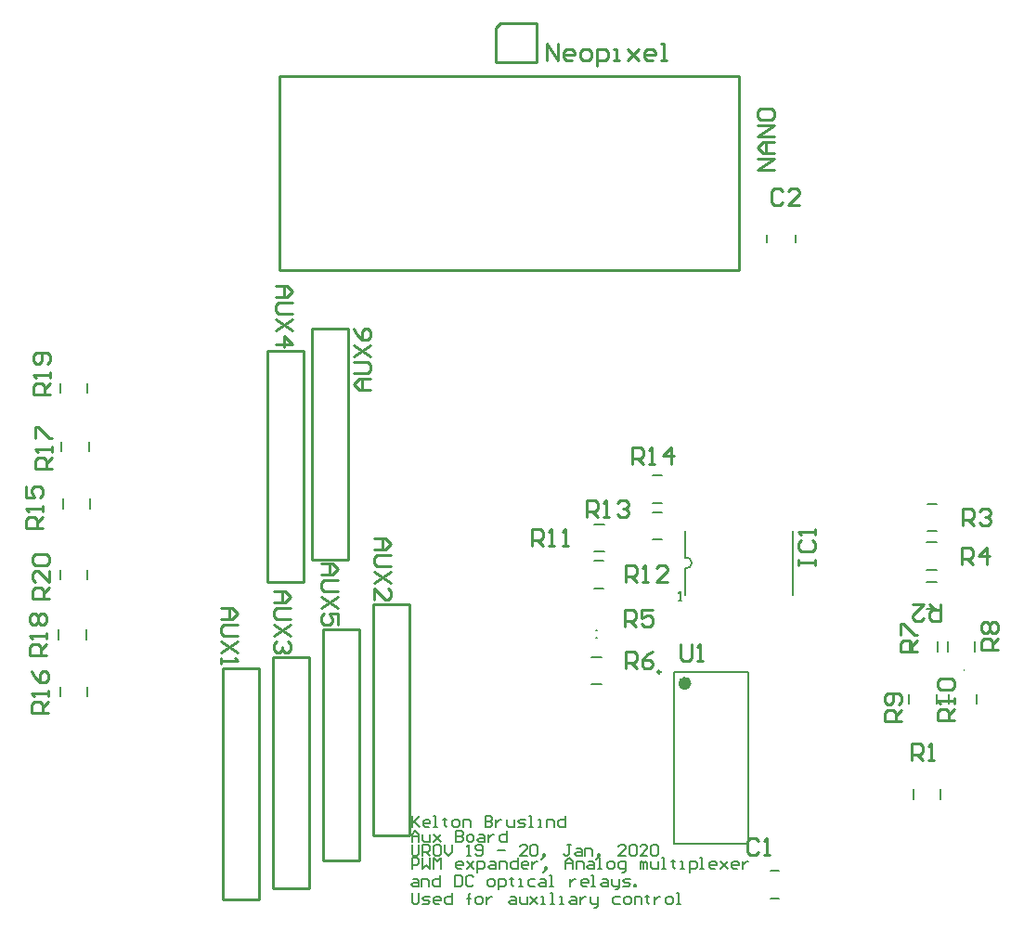
<source format=gto>
G04 Layer_Color=15132400*
%FSLAX24Y24*%
%MOIN*%
G70*
G01*
G75*
%ADD19C,0.0100*%
%ADD40C,0.0079*%
%ADD41C,0.0098*%
%ADD42C,0.0236*%
%ADD43C,0.0000*%
D19*
X16850Y20850D02*
X18150D01*
X16850Y12550D02*
Y20850D01*
Y12550D02*
X18150D01*
Y20850D01*
X15050Y19850D02*
X16350D01*
X15050Y11550D02*
Y19850D01*
Y11550D02*
X16350D01*
Y19850D01*
X18650Y21750D02*
X19950D01*
X18650Y13450D02*
Y21750D01*
Y13450D02*
X19950D01*
Y21750D01*
X14850Y30850D02*
X16150D01*
X14850Y22550D02*
Y30850D01*
Y22550D02*
X16150D01*
Y30850D01*
X16450Y31650D02*
X17750D01*
X16450Y23350D02*
Y31650D01*
Y23350D02*
X17750D01*
Y31650D01*
X13250Y19450D02*
X14550D01*
X13250Y11150D02*
Y19450D01*
Y11150D02*
X14550D01*
Y19450D01*
X23072Y41211D02*
Y42422D01*
X23239Y42589D01*
X24528D01*
X23072Y41211D02*
X24511D01*
X24528Y41228D01*
Y42589D01*
X31800Y33750D02*
Y40700D01*
X15300D02*
X31800D01*
X15300Y33750D02*
X31800D01*
X15300D02*
Y40700D01*
X33071Y37352D02*
X32471D01*
X33071Y37752D01*
X32471D01*
X33071Y37952D02*
X32671D01*
X32471Y38152D01*
X32671Y38352D01*
X33071D01*
X32771D01*
Y37952D01*
X33071Y38552D02*
X32471D01*
X33071Y38952D01*
X32471D01*
Y39452D02*
Y39252D01*
X32571Y39152D01*
X32971D01*
X33071Y39252D01*
Y39452D01*
X32971Y39552D01*
X32571D01*
X32471Y39452D01*
X7028Y21939D02*
X6428D01*
Y22239D01*
X6528Y22339D01*
X6728D01*
X6828Y22239D01*
Y21939D01*
Y22139D02*
X7028Y22339D01*
Y22939D02*
Y22539D01*
X6628Y22939D01*
X6528D01*
X6428Y22839D01*
Y22639D01*
X6528Y22539D01*
Y23139D02*
X6428Y23239D01*
Y23438D01*
X6528Y23538D01*
X6928D01*
X7028Y23438D01*
Y23239D01*
X6928Y23139D01*
X6528D01*
X7047Y29262D02*
X6447D01*
Y29562D01*
X6547Y29662D01*
X6747D01*
X6847Y29562D01*
Y29262D01*
Y29462D02*
X7047Y29662D01*
Y29862D02*
Y30062D01*
Y29962D01*
X6447D01*
X6547Y29862D01*
X6947Y30361D02*
X7047Y30461D01*
Y30661D01*
X6947Y30761D01*
X6547D01*
X6447Y30661D01*
Y30461D01*
X6547Y30361D01*
X6647D01*
X6747Y30461D01*
Y30761D01*
X6929Y19892D02*
X6329D01*
Y20192D01*
X6429Y20292D01*
X6629D01*
X6729Y20192D01*
Y19892D01*
Y20092D02*
X6929Y20292D01*
Y20492D02*
Y20691D01*
Y20592D01*
X6329D01*
X6429Y20492D01*
Y20991D02*
X6329Y21091D01*
Y21291D01*
X6429Y21391D01*
X6529D01*
X6629Y21291D01*
X6729Y21391D01*
X6829D01*
X6929Y21291D01*
Y21091D01*
X6829Y20991D01*
X6729D01*
X6629Y21091D01*
X6529Y20991D01*
X6429D01*
X6629Y21091D02*
Y21291D01*
X7116Y26614D02*
X6516D01*
Y26914D01*
X6616Y27014D01*
X6816D01*
X6916Y26914D01*
Y26614D01*
Y26814D02*
X7116Y27014D01*
Y27214D02*
Y27414D01*
Y27314D01*
X6516D01*
X6616Y27214D01*
X6516Y27714D02*
Y28114D01*
X6616D01*
X7016Y27714D01*
X7116D01*
X6998Y17835D02*
X6398D01*
Y18135D01*
X6498Y18235D01*
X6698D01*
X6798Y18135D01*
Y17835D01*
Y18035D02*
X6998Y18235D01*
Y18434D02*
Y18634D01*
Y18534D01*
X6398D01*
X6498Y18434D01*
X6398Y19334D02*
X6498Y19134D01*
X6698Y18934D01*
X6898D01*
X6998Y19034D01*
Y19234D01*
X6898Y19334D01*
X6798D01*
X6698Y19234D01*
Y18934D01*
X29705Y20314D02*
Y19815D01*
X29805Y19715D01*
X30005D01*
X30105Y19815D01*
Y20314D01*
X30305Y19715D02*
X30504D01*
X30405D01*
Y20314D01*
X30305Y20214D01*
X6781Y24469D02*
X6182D01*
Y24768D01*
X6282Y24868D01*
X6482D01*
X6582Y24768D01*
Y24469D01*
Y24668D02*
X6781Y24868D01*
Y25068D02*
Y25268D01*
Y25168D01*
X6182D01*
X6282Y25068D01*
X6182Y25968D02*
Y25568D01*
X6482D01*
X6382Y25768D01*
Y25868D01*
X6482Y25968D01*
X6682D01*
X6781Y25868D01*
Y25668D01*
X6682Y25568D01*
X27953Y26762D02*
Y27362D01*
X28253D01*
X28353Y27262D01*
Y27062D01*
X28253Y26962D01*
X27953D01*
X28153D02*
X28353Y26762D01*
X28553D02*
X28753D01*
X28653D01*
Y27362D01*
X28553Y27262D01*
X29352Y26762D02*
Y27362D01*
X29052Y27062D01*
X29452D01*
X26339Y24882D02*
Y25482D01*
X26638D01*
X26738Y25382D01*
Y25182D01*
X26638Y25082D01*
X26339D01*
X26539D02*
X26738Y24882D01*
X26938D02*
X27138D01*
X27038D01*
Y25482D01*
X26938Y25382D01*
X27438D02*
X27538Y25482D01*
X27738D01*
X27838Y25382D01*
Y25282D01*
X27738Y25182D01*
X27638D01*
X27738D01*
X27838Y25082D01*
Y24982D01*
X27738Y24882D01*
X27538D01*
X27438Y24982D01*
X27726Y22539D02*
Y23139D01*
X28026D01*
X28126Y23039D01*
Y22839D01*
X28026Y22739D01*
X27726D01*
X27926D02*
X28126Y22539D01*
X28326D02*
X28526D01*
X28426D01*
Y23139D01*
X28326Y23039D01*
X29226Y22539D02*
X28826D01*
X29226Y22939D01*
Y23039D01*
X29126Y23139D01*
X28926D01*
X28826Y23039D01*
X24341Y23829D02*
Y24429D01*
X24640D01*
X24740Y24329D01*
Y24129D01*
X24640Y24029D01*
X24341D01*
X24540D02*
X24740Y23829D01*
X24940D02*
X25140D01*
X25040D01*
Y24429D01*
X24940Y24329D01*
X25440Y23829D02*
X25640D01*
X25540D01*
Y24429D01*
X25440Y24329D01*
X39519Y17585D02*
X38919D01*
Y17885D01*
X39019Y17985D01*
X39219D01*
X39319Y17885D01*
Y17585D01*
Y17785D02*
X39519Y17985D01*
Y18185D02*
Y18385D01*
Y18285D01*
X38919D01*
X39019Y18185D01*
Y18685D02*
X38919Y18785D01*
Y18985D01*
X39019Y19085D01*
X39419D01*
X39519Y18985D01*
Y18785D01*
X39419Y18685D01*
X39019D01*
X37638Y17530D02*
X37038D01*
Y17829D01*
X37138Y17929D01*
X37338D01*
X37438Y17829D01*
Y17530D01*
Y17729D02*
X37638Y17929D01*
X37538Y18129D02*
X37638Y18229D01*
Y18429D01*
X37538Y18529D01*
X37138D01*
X37038Y18429D01*
Y18229D01*
X37138Y18129D01*
X37238D01*
X37338Y18229D01*
Y18529D01*
X41102Y20098D02*
X40503D01*
Y20398D01*
X40603Y20498D01*
X40802D01*
X40902Y20398D01*
Y20098D01*
Y20298D02*
X41102Y20498D01*
X40603Y20698D02*
X40503Y20798D01*
Y20998D01*
X40603Y21098D01*
X40702D01*
X40802Y20998D01*
X40902Y21098D01*
X41002D01*
X41102Y20998D01*
Y20798D01*
X41002Y20698D01*
X40902D01*
X40802Y20798D01*
X40702Y20698D01*
X40603D01*
X40802Y20798D02*
Y20998D01*
X38175Y20026D02*
X37575D01*
Y20326D01*
X37675Y20426D01*
X37875D01*
X37975Y20326D01*
Y20026D01*
Y20226D02*
X38175Y20426D01*
X37575Y20626D02*
Y21026D01*
X37675D01*
X38075Y20626D01*
X38175D01*
X27707Y19449D02*
Y20049D01*
X28007D01*
X28107Y19949D01*
Y19749D01*
X28007Y19649D01*
X27707D01*
X27907D02*
X28107Y19449D01*
X28706Y20049D02*
X28506Y19949D01*
X28307Y19749D01*
Y19549D01*
X28406Y19449D01*
X28606D01*
X28706Y19549D01*
Y19649D01*
X28606Y19749D01*
X28307D01*
X27687Y20935D02*
Y21535D01*
X27987D01*
X28087Y21435D01*
Y21235D01*
X27987Y21135D01*
X27687D01*
X27887D02*
X28087Y20935D01*
X28687Y21535D02*
X28287D01*
Y21235D01*
X28487Y21335D01*
X28587D01*
X28687Y21235D01*
Y21035D01*
X28587Y20935D01*
X28387D01*
X28287Y21035D01*
X39793Y23159D02*
Y23759D01*
X40093D01*
X40193Y23659D01*
Y23459D01*
X40093Y23359D01*
X39793D01*
X39993D02*
X40193Y23159D01*
X40693D02*
Y23759D01*
X40393Y23459D01*
X40793D01*
X39823Y24577D02*
Y25177D01*
X40123D01*
X40223Y25077D01*
Y24877D01*
X40123Y24777D01*
X39823D01*
X40023D02*
X40223Y24577D01*
X40423Y25077D02*
X40523Y25177D01*
X40723D01*
X40823Y25077D01*
Y24977D01*
X40723Y24877D01*
X40623D01*
X40723D01*
X40823Y24777D01*
Y24677D01*
X40723Y24577D01*
X40523D01*
X40423Y24677D01*
X39011Y21747D02*
Y21147D01*
X38711D01*
X38611Y21247D01*
Y21447D01*
X38711Y21547D01*
X39011D01*
X38811D02*
X38611Y21747D01*
X38011D02*
X38411D01*
X38011Y21347D01*
Y21247D01*
X38111Y21147D01*
X38311D01*
X38411Y21247D01*
X37994Y16129D02*
Y16728D01*
X38294D01*
X38394Y16628D01*
Y16428D01*
X38294Y16329D01*
X37994D01*
X38194D02*
X38394Y16129D01*
X38594D02*
X38794D01*
X38694D01*
Y16728D01*
X38594Y16628D01*
X15157Y33179D02*
X15557D01*
X15757Y32979D01*
X15557Y32779D01*
X15157D01*
X15457D01*
Y33179D01*
X15757Y32579D02*
X15257D01*
X15157Y32479D01*
Y32279D01*
X15257Y32179D01*
X15757D01*
Y31980D02*
X15157Y31580D01*
X15757D02*
X15157Y31980D01*
Y31080D02*
X15757D01*
X15457Y31380D01*
Y30980D01*
X15100Y22200D02*
X15500D01*
X15700Y22000D01*
X15500Y21800D01*
X15100D01*
X15400D01*
Y22200D01*
X15700Y21600D02*
X15200D01*
X15100Y21500D01*
Y21300D01*
X15200Y21200D01*
X15700D01*
Y21000D02*
X15100Y20601D01*
X15700D02*
X15100Y21000D01*
X15600Y20401D02*
X15700Y20301D01*
Y20101D01*
X15600Y20001D01*
X15500D01*
X15400Y20101D01*
Y20201D01*
Y20101D01*
X15300Y20001D01*
X15200D01*
X15100Y20101D01*
Y20301D01*
X15200Y20401D01*
X18700Y24100D02*
X19100D01*
X19300Y23900D01*
X19100Y23700D01*
X18700D01*
X19000D01*
Y24100D01*
X19300Y23500D02*
X18800D01*
X18700Y23400D01*
Y23200D01*
X18800Y23100D01*
X19300D01*
Y22900D02*
X18700Y22501D01*
X19300D02*
X18700Y22900D01*
Y21901D02*
Y22301D01*
X19100Y21901D01*
X19200D01*
X19300Y22001D01*
Y22201D01*
X19200Y22301D01*
X13200Y21600D02*
X13600D01*
X13800Y21400D01*
X13600Y21200D01*
X13200D01*
X13500D01*
Y21600D01*
X13800Y21000D02*
X13300D01*
X13200Y20900D01*
Y20700D01*
X13300Y20600D01*
X13800D01*
Y20400D02*
X13200Y20001D01*
X13800D02*
X13200Y20400D01*
Y19801D02*
Y19601D01*
Y19701D01*
X13800D01*
X13700Y19801D01*
X16800Y23200D02*
X17200D01*
X17400Y23000D01*
X17200Y22800D01*
X16800D01*
X17100D01*
Y23200D01*
X17400Y22600D02*
X16900D01*
X16800Y22500D01*
Y22300D01*
X16900Y22200D01*
X17400D01*
Y22000D02*
X16800Y21601D01*
X17400D02*
X16800Y22000D01*
X17400Y21001D02*
Y21401D01*
X17100D01*
X17200Y21201D01*
Y21101D01*
X17100Y21001D01*
X16900D01*
X16800Y21101D01*
Y21301D01*
X16900Y21401D01*
X18553Y29429D02*
X18153D01*
X17953Y29629D01*
X18153Y29829D01*
X18553D01*
X18253D01*
Y29429D01*
X17953Y30029D02*
X18453D01*
X18553Y30129D01*
Y30329D01*
X18453Y30429D01*
X17953D01*
Y30629D02*
X18553Y31029D01*
X17953D02*
X18553Y30629D01*
X17953Y31628D02*
X18053Y31428D01*
X18253Y31229D01*
X18453D01*
X18553Y31329D01*
Y31528D01*
X18453Y31628D01*
X18353D01*
X18253Y31528D01*
Y31229D01*
X33918Y23140D02*
Y23340D01*
Y23240D01*
X34518D01*
Y23140D01*
Y23340D01*
X34018Y24039D02*
X33918Y23939D01*
Y23740D01*
X34018Y23640D01*
X34418D01*
X34518Y23740D01*
Y23939D01*
X34418Y24039D01*
X34518Y24239D02*
Y24439D01*
Y24339D01*
X33918D01*
X34018Y24239D01*
X33372Y36573D02*
X33272Y36673D01*
X33072D01*
X32972Y36573D01*
Y36173D01*
X33072Y36073D01*
X33272D01*
X33372Y36173D01*
X33972Y36073D02*
X33572D01*
X33972Y36473D01*
Y36573D01*
X33872Y36673D01*
X33672D01*
X33572Y36573D01*
X32481Y13233D02*
X32381Y13333D01*
X32181D01*
X32081Y13233D01*
Y12833D01*
X32181Y12733D01*
X32381D01*
X32481Y12833D01*
X32681Y12733D02*
X32881D01*
X32781D01*
Y13333D01*
X32681Y13233D01*
X24892Y41280D02*
Y41879D01*
X25292Y41280D01*
Y41879D01*
X25791Y41280D02*
X25592D01*
X25492Y41379D01*
Y41579D01*
X25592Y41679D01*
X25791D01*
X25891Y41579D01*
Y41479D01*
X25492D01*
X26191Y41280D02*
X26391D01*
X26491Y41379D01*
Y41579D01*
X26391Y41679D01*
X26191D01*
X26091Y41579D01*
Y41379D01*
X26191Y41280D01*
X26691Y41080D02*
Y41679D01*
X26991D01*
X27091Y41579D01*
Y41379D01*
X26991Y41280D01*
X26691D01*
X27291D02*
X27491D01*
X27391D01*
Y41679D01*
X27291D01*
X27791D02*
X28191Y41280D01*
X27991Y41479D01*
X28191Y41679D01*
X27791Y41280D01*
X28691D02*
X28491D01*
X28391Y41379D01*
Y41579D01*
X28491Y41679D01*
X28691D01*
X28790Y41579D01*
Y41479D01*
X28391D01*
X28990Y41280D02*
X29190D01*
X29090D01*
Y41879D01*
X28990D01*
D40*
X29871Y23032D02*
G03*
X29860Y23419I31J194D01*
G01*
X26654Y20541D02*
X26693D01*
X26654Y20817D02*
X26693D01*
X32785Y34734D02*
Y35010D01*
X33809Y34734D02*
Y35010D01*
X7508Y25173D02*
Y25527D01*
X8492Y25173D02*
Y25527D01*
X28681Y26358D02*
X29035D01*
X28681Y25374D02*
X29035D01*
X28681Y24065D02*
X29035D01*
X28681Y25049D02*
X29035D01*
X26575Y23297D02*
X26929D01*
X26575Y22313D02*
X26929D01*
X26595Y23622D02*
X26949D01*
X26595Y24606D02*
X26949D01*
X39326Y18158D02*
Y18512D01*
X40311Y18158D02*
Y18512D01*
X38888Y18159D02*
Y18514D01*
X37904Y18159D02*
Y18514D01*
X40266Y20049D02*
Y20404D01*
X39281Y20049D02*
Y20404D01*
X37933Y20049D02*
Y20404D01*
X38917Y20049D02*
Y20404D01*
X26496Y18868D02*
X26850D01*
X26496Y19852D02*
X26850D01*
X38524Y23967D02*
X38878D01*
X38524Y22982D02*
X38878D01*
X38543Y24370D02*
X38898D01*
X38543Y25354D02*
X38898D01*
X38533Y21555D02*
X38888D01*
X38533Y22539D02*
X38888D01*
X38041Y14734D02*
Y15089D01*
X39026Y14734D02*
Y15089D01*
X29858Y22077D02*
Y23042D01*
Y23414D02*
Y24380D01*
X33708Y22077D02*
Y24380D01*
X32933Y11161D02*
X33209D01*
X32933Y12185D02*
X33209D01*
X29449Y13150D02*
Y19291D01*
X32126Y13150D02*
Y19291D01*
X29449D02*
X32126D01*
X29449Y13150D02*
X32126D01*
X8392Y22623D02*
Y22977D01*
X7408Y22623D02*
Y22977D01*
X8342Y20473D02*
Y20827D01*
X7358Y20473D02*
Y20827D01*
X8392Y18423D02*
Y18777D01*
X7408Y18423D02*
Y18777D01*
X8442Y27223D02*
Y27577D01*
X7458Y27223D02*
Y27577D01*
X8392Y29323D02*
Y29677D01*
X7408Y29323D02*
Y29677D01*
X20049Y14134D02*
Y13740D01*
Y13871D01*
X20312Y14134D01*
X20115Y13937D01*
X20312Y13740D01*
X20640D02*
X20508D01*
X20443Y13806D01*
Y13937D01*
X20508Y14003D01*
X20640D01*
X20705Y13937D01*
Y13871D01*
X20443D01*
X20836Y13740D02*
X20968D01*
X20902D01*
Y14134D01*
X20836D01*
X21230Y14068D02*
Y14003D01*
X21164D01*
X21296D01*
X21230D01*
Y13806D01*
X21296Y13740D01*
X21558D02*
X21689D01*
X21755Y13806D01*
Y13937D01*
X21689Y14003D01*
X21558D01*
X21492Y13937D01*
Y13806D01*
X21558Y13740D01*
X21886D02*
Y14003D01*
X22083D01*
X22148Y13937D01*
Y13740D01*
X22673Y14134D02*
Y13740D01*
X22870D01*
X22935Y13806D01*
Y13871D01*
X22870Y13937D01*
X22673D01*
X22870D01*
X22935Y14003D01*
Y14068D01*
X22870Y14134D01*
X22673D01*
X23067Y14003D02*
Y13740D01*
Y13871D01*
X23132Y13937D01*
X23198Y14003D01*
X23263D01*
X23460D02*
Y13806D01*
X23526Y13740D01*
X23723D01*
Y14003D01*
X23854Y13740D02*
X24051D01*
X24116Y13806D01*
X24051Y13871D01*
X23919D01*
X23854Y13937D01*
X23919Y14003D01*
X24116D01*
X24247Y13740D02*
X24379D01*
X24313D01*
Y14134D01*
X24247D01*
X24575Y13740D02*
X24706D01*
X24641D01*
Y14003D01*
X24575D01*
X24903Y13740D02*
Y14003D01*
X25100D01*
X25166Y13937D01*
Y13740D01*
X25559Y14134D02*
Y13740D01*
X25362D01*
X25297Y13806D01*
Y13937D01*
X25362Y14003D01*
X25559D01*
X20041Y13199D02*
Y13462D01*
X20172Y13593D01*
X20303Y13462D01*
Y13199D01*
Y13396D01*
X20041D01*
X20434Y13462D02*
Y13265D01*
X20500Y13199D01*
X20697D01*
Y13462D01*
X20828D02*
X21090Y13199D01*
X20959Y13330D01*
X21090Y13462D01*
X20828Y13199D01*
X21615Y13593D02*
Y13199D01*
X21812D01*
X21877Y13265D01*
Y13330D01*
X21812Y13396D01*
X21615D01*
X21812D01*
X21877Y13462D01*
Y13527D01*
X21812Y13593D01*
X21615D01*
X22074Y13199D02*
X22205D01*
X22271Y13265D01*
Y13396D01*
X22205Y13462D01*
X22074D01*
X22008Y13396D01*
Y13265D01*
X22074Y13199D01*
X22468Y13462D02*
X22599D01*
X22664Y13396D01*
Y13199D01*
X22468D01*
X22402Y13265D01*
X22468Y13330D01*
X22664D01*
X22796Y13462D02*
Y13199D01*
Y13330D01*
X22861Y13396D01*
X22927Y13462D01*
X22992D01*
X23452Y13593D02*
Y13199D01*
X23255D01*
X23189Y13265D01*
Y13396D01*
X23255Y13462D01*
X23452D01*
X20041Y13093D02*
Y12765D01*
X20106Y12699D01*
X20237D01*
X20303Y12765D01*
Y13093D01*
X20434Y12699D02*
Y13093D01*
X20631D01*
X20697Y13027D01*
Y12896D01*
X20631Y12830D01*
X20434D01*
X20565D02*
X20697Y12699D01*
X21024Y13093D02*
X20893D01*
X20828Y13027D01*
Y12765D01*
X20893Y12699D01*
X21024D01*
X21090Y12765D01*
Y13027D01*
X21024Y13093D01*
X21221D02*
Y12830D01*
X21352Y12699D01*
X21484Y12830D01*
Y13093D01*
X22008Y12699D02*
X22140D01*
X22074D01*
Y13093D01*
X22008Y13027D01*
X22336Y12765D02*
X22402Y12699D01*
X22533D01*
X22599Y12765D01*
Y13027D01*
X22533Y13093D01*
X22402D01*
X22336Y13027D01*
Y12962D01*
X22402Y12896D01*
X22599D01*
X23124D02*
X23386D01*
X24173Y12699D02*
X23911D01*
X24173Y12962D01*
Y13027D01*
X24107Y13093D01*
X23976D01*
X23911Y13027D01*
X24304D02*
X24370Y13093D01*
X24501D01*
X24567Y13027D01*
Y12765D01*
X24501Y12699D01*
X24370D01*
X24304Y12765D01*
Y13027D01*
X24763Y12634D02*
X24829Y12699D01*
Y12765D01*
X24763D01*
Y12699D01*
X24829D01*
X24763Y12634D01*
X24698Y12568D01*
X25747Y13093D02*
X25616D01*
X25682D01*
Y12765D01*
X25616Y12699D01*
X25551D01*
X25485Y12765D01*
X25944Y12962D02*
X26075D01*
X26141Y12896D01*
Y12699D01*
X25944D01*
X25879Y12765D01*
X25944Y12830D01*
X26141D01*
X26272Y12699D02*
Y12962D01*
X26469D01*
X26535Y12896D01*
Y12699D01*
X26731Y12634D02*
X26797Y12699D01*
Y12765D01*
X26731D01*
Y12699D01*
X26797D01*
X26731Y12634D01*
X26666Y12568D01*
X27715Y12699D02*
X27453D01*
X27715Y12962D01*
Y13027D01*
X27650Y13093D01*
X27518D01*
X27453Y13027D01*
X27846D02*
X27912Y13093D01*
X28043D01*
X28109Y13027D01*
Y12765D01*
X28043Y12699D01*
X27912D01*
X27846Y12765D01*
Y13027D01*
X28502Y12699D02*
X28240D01*
X28502Y12962D01*
Y13027D01*
X28437Y13093D01*
X28306D01*
X28240Y13027D01*
X28634D02*
X28699Y13093D01*
X28830D01*
X28896Y13027D01*
Y12765D01*
X28830Y12699D01*
X28699D01*
X28634Y12765D01*
Y13027D01*
X20041Y12249D02*
Y12643D01*
X20237D01*
X20303Y12577D01*
Y12446D01*
X20237Y12380D01*
X20041D01*
X20434Y12643D02*
Y12249D01*
X20565Y12380D01*
X20697Y12249D01*
Y12643D01*
X20828Y12249D02*
Y12643D01*
X20959Y12512D01*
X21090Y12643D01*
Y12249D01*
X21812D02*
X21680D01*
X21615Y12315D01*
Y12446D01*
X21680Y12512D01*
X21812D01*
X21877Y12446D01*
Y12380D01*
X21615D01*
X22008Y12512D02*
X22271Y12249D01*
X22140Y12380D01*
X22271Y12512D01*
X22008Y12249D01*
X22402Y12118D02*
Y12512D01*
X22599D01*
X22664Y12446D01*
Y12315D01*
X22599Y12249D01*
X22402D01*
X22861Y12512D02*
X22992D01*
X23058Y12446D01*
Y12249D01*
X22861D01*
X22796Y12315D01*
X22861Y12380D01*
X23058D01*
X23189Y12249D02*
Y12512D01*
X23386D01*
X23452Y12446D01*
Y12249D01*
X23845Y12643D02*
Y12249D01*
X23648D01*
X23583Y12315D01*
Y12446D01*
X23648Y12512D01*
X23845D01*
X24173Y12249D02*
X24042D01*
X23976Y12315D01*
Y12446D01*
X24042Y12512D01*
X24173D01*
X24239Y12446D01*
Y12380D01*
X23976D01*
X24370Y12512D02*
Y12249D01*
Y12380D01*
X24435Y12446D01*
X24501Y12512D01*
X24567D01*
X24829Y12184D02*
X24895Y12249D01*
Y12315D01*
X24829D01*
Y12249D01*
X24895D01*
X24829Y12184D01*
X24763Y12118D01*
X25551Y12249D02*
Y12512D01*
X25682Y12643D01*
X25813Y12512D01*
Y12249D01*
Y12446D01*
X25551D01*
X25944Y12249D02*
Y12512D01*
X26141D01*
X26207Y12446D01*
Y12249D01*
X26403Y12512D02*
X26535D01*
X26600Y12446D01*
Y12249D01*
X26403D01*
X26338Y12315D01*
X26403Y12380D01*
X26600D01*
X26731Y12249D02*
X26862D01*
X26797D01*
Y12643D01*
X26731D01*
X27125Y12249D02*
X27256D01*
X27322Y12315D01*
Y12446D01*
X27256Y12512D01*
X27125D01*
X27059Y12446D01*
Y12315D01*
X27125Y12249D01*
X27584Y12118D02*
X27650D01*
X27715Y12184D01*
Y12512D01*
X27518D01*
X27453Y12446D01*
Y12315D01*
X27518Y12249D01*
X27715D01*
X28240D02*
Y12512D01*
X28306D01*
X28371Y12446D01*
Y12249D01*
Y12446D01*
X28437Y12512D01*
X28502Y12446D01*
Y12249D01*
X28634Y12512D02*
Y12315D01*
X28699Y12249D01*
X28896D01*
Y12512D01*
X29027Y12249D02*
X29158D01*
X29093D01*
Y12643D01*
X29027D01*
X29421Y12577D02*
Y12512D01*
X29355D01*
X29486D01*
X29421D01*
Y12315D01*
X29486Y12249D01*
X29683D02*
X29814D01*
X29749D01*
Y12512D01*
X29683D01*
X30011Y12118D02*
Y12512D01*
X30208D01*
X30273Y12446D01*
Y12315D01*
X30208Y12249D01*
X30011D01*
X30405D02*
X30536D01*
X30470D01*
Y12643D01*
X30405D01*
X30929Y12249D02*
X30798D01*
X30733Y12315D01*
Y12446D01*
X30798Y12512D01*
X30929D01*
X30995Y12446D01*
Y12380D01*
X30733D01*
X31126Y12512D02*
X31389Y12249D01*
X31257Y12380D01*
X31389Y12512D01*
X31126Y12249D01*
X31717D02*
X31585D01*
X31520Y12315D01*
Y12446D01*
X31585Y12512D01*
X31717D01*
X31782Y12446D01*
Y12380D01*
X31520D01*
X31913Y12512D02*
Y12249D01*
Y12380D01*
X31979Y12446D01*
X32045Y12512D01*
X32110D01*
X20077Y11883D02*
X20209D01*
X20274Y11817D01*
Y11620D01*
X20077D01*
X20012Y11686D01*
X20077Y11752D01*
X20274D01*
X20405Y11620D02*
Y11883D01*
X20602D01*
X20668Y11817D01*
Y11620D01*
X21061Y12014D02*
Y11620D01*
X20865D01*
X20799Y11686D01*
Y11817D01*
X20865Y11883D01*
X21061D01*
X21586Y12014D02*
Y11620D01*
X21783D01*
X21848Y11686D01*
Y11948D01*
X21783Y12014D01*
X21586D01*
X22242Y11948D02*
X22176Y12014D01*
X22045D01*
X21980Y11948D01*
Y11686D01*
X22045Y11620D01*
X22176D01*
X22242Y11686D01*
X22832Y11620D02*
X22964D01*
X23029Y11686D01*
Y11817D01*
X22964Y11883D01*
X22832D01*
X22767Y11817D01*
Y11686D01*
X22832Y11620D01*
X23160Y11489D02*
Y11883D01*
X23357D01*
X23423Y11817D01*
Y11686D01*
X23357Y11620D01*
X23160D01*
X23620Y11948D02*
Y11883D01*
X23554D01*
X23685D01*
X23620D01*
Y11686D01*
X23685Y11620D01*
X23882D02*
X24013D01*
X23948D01*
Y11883D01*
X23882D01*
X24472D02*
X24276D01*
X24210Y11817D01*
Y11686D01*
X24276Y11620D01*
X24472D01*
X24669Y11883D02*
X24800D01*
X24866Y11817D01*
Y11620D01*
X24669D01*
X24604Y11686D01*
X24669Y11752D01*
X24866D01*
X24997Y11620D02*
X25128D01*
X25063D01*
Y12014D01*
X24997D01*
X25719Y11883D02*
Y11620D01*
Y11752D01*
X25784Y11817D01*
X25850Y11883D01*
X25915D01*
X26309Y11620D02*
X26178D01*
X26112Y11686D01*
Y11817D01*
X26178Y11883D01*
X26309D01*
X26375Y11817D01*
Y11752D01*
X26112D01*
X26506Y11620D02*
X26637D01*
X26571D01*
Y12014D01*
X26506D01*
X26899Y11883D02*
X27031D01*
X27096Y11817D01*
Y11620D01*
X26899D01*
X26834Y11686D01*
X26899Y11752D01*
X27096D01*
X27227Y11883D02*
Y11686D01*
X27293Y11620D01*
X27490D01*
Y11555D01*
X27424Y11489D01*
X27359D01*
X27490Y11620D02*
Y11883D01*
X27621Y11620D02*
X27818D01*
X27883Y11686D01*
X27818Y11752D01*
X27687D01*
X27621Y11817D01*
X27687Y11883D01*
X27883D01*
X28014Y11620D02*
Y11686D01*
X28080D01*
Y11620D01*
X28014D01*
X29622Y21878D02*
X29727D01*
X29674D01*
Y22193D01*
X29622Y22141D01*
X20041Y11364D02*
Y11036D01*
X20107Y10971D01*
X20238D01*
X20304Y11036D01*
Y11364D01*
X20435Y10971D02*
X20632D01*
X20697Y11036D01*
X20632Y11102D01*
X20501D01*
X20435Y11168D01*
X20501Y11233D01*
X20697D01*
X21025Y10971D02*
X20894D01*
X20828Y11036D01*
Y11168D01*
X20894Y11233D01*
X21025D01*
X21091Y11168D01*
Y11102D01*
X20828D01*
X21484Y11364D02*
Y10971D01*
X21288D01*
X21222Y11036D01*
Y11168D01*
X21288Y11233D01*
X21484D01*
X22075Y10971D02*
Y11299D01*
Y11168D01*
X22009D01*
X22140D01*
X22075D01*
Y11299D01*
X22140Y11364D01*
X22403Y10971D02*
X22534D01*
X22600Y11036D01*
Y11168D01*
X22534Y11233D01*
X22403D01*
X22337Y11168D01*
Y11036D01*
X22403Y10971D01*
X22731Y11233D02*
Y10971D01*
Y11102D01*
X22796Y11168D01*
X22862Y11233D01*
X22928D01*
X23584D02*
X23715D01*
X23780Y11168D01*
Y10971D01*
X23584D01*
X23518Y11036D01*
X23584Y11102D01*
X23780D01*
X23911Y11233D02*
Y11036D01*
X23977Y10971D01*
X24174D01*
Y11233D01*
X24305D02*
X24567Y10971D01*
X24436Y11102D01*
X24567Y11233D01*
X24305Y10971D01*
X24699D02*
X24830D01*
X24764D01*
Y11233D01*
X24699D01*
X25027Y10971D02*
X25158D01*
X25092D01*
Y11364D01*
X25027D01*
X25355Y10971D02*
X25486D01*
X25420D01*
Y11233D01*
X25355D01*
X25748D02*
X25879D01*
X25945Y11168D01*
Y10971D01*
X25748D01*
X25683Y11036D01*
X25748Y11102D01*
X25945D01*
X26076Y11233D02*
Y10971D01*
Y11102D01*
X26142Y11168D01*
X26207Y11233D01*
X26273D01*
X26470D02*
Y11036D01*
X26535Y10971D01*
X26732D01*
Y10905D01*
X26667Y10840D01*
X26601D01*
X26732Y10971D02*
Y11233D01*
X27519D02*
X27322D01*
X27257Y11168D01*
Y11036D01*
X27322Y10971D01*
X27519D01*
X27716D02*
X27847D01*
X27913Y11036D01*
Y11168D01*
X27847Y11233D01*
X27716D01*
X27650Y11168D01*
Y11036D01*
X27716Y10971D01*
X28044D02*
Y11233D01*
X28241D01*
X28306Y11168D01*
Y10971D01*
X28503Y11299D02*
Y11233D01*
X28438D01*
X28569D01*
X28503D01*
Y11036D01*
X28569Y10971D01*
X28766Y11233D02*
Y10971D01*
Y11102D01*
X28831Y11168D01*
X28897Y11233D01*
X28962D01*
X29225Y10971D02*
X29356D01*
X29422Y11036D01*
Y11168D01*
X29356Y11233D01*
X29225D01*
X29159Y11168D01*
Y11036D01*
X29225Y10971D01*
X29553D02*
X29684D01*
X29618D01*
Y11364D01*
X29553D01*
D41*
X28967Y19305D02*
G03*
X28967Y19305I-49J0D01*
G01*
D42*
X29961Y18898D02*
G03*
X29961Y18898I-118J0D01*
G01*
D43*
X39859Y19388D02*
X39859Y19388D01*
Y19388D01*
X39859Y19388D01*
X39859D01*
X39859Y19388D01*
Y19388D01*
X39859Y19388D01*
X39859Y19388D02*
Y19388D01*
X39859D01*
Y19388D01*
X39859D01*
X39859D02*
Y19388D01*
X39859D01*
Y19388D01*
X39859D01*
X39859Y19388D02*
X39859Y19388D01*
X39859Y19388D02*
X39859D01*
X39859Y19388D01*
Y19388D01*
X39859Y19388D01*
X39859D01*
X39859Y19388D02*
Y19388D01*
X39859Y19388D01*
X39859Y19388D01*
Y19388D01*
X39859Y19388D01*
X39859Y19388D01*
Y19388D01*
X39859Y19388D02*
Y19388D01*
X39859Y19388D01*
X39859D01*
X39859Y19388D01*
Y19388D01*
X39859Y19388D01*
X39859D01*
Y19388D01*
X39859Y19387D02*
X39859D01*
X39859D01*
X39859Y19387D01*
X39859Y19387D01*
Y19387D01*
X39859Y19387D02*
Y19387D01*
X39859Y19387D01*
X39859Y19387D01*
Y19387D01*
X39859Y19387D01*
X39859Y19387D01*
Y19387D01*
X39859Y19387D02*
X39859Y19387D01*
X39859Y19387D02*
Y19387D01*
Y19387D01*
X39859D01*
X39859Y19387D01*
Y19387D01*
X39859Y19387D01*
X39859Y19387D02*
Y19387D01*
X39859Y19387D01*
X39859D01*
X39859Y19387D01*
Y19387D01*
X39859Y19387D01*
X39859D01*
X39859Y19387D01*
X39859Y19387D02*
X39859D01*
X39859D01*
X39859Y19387D01*
X39859Y19387D01*
Y19387D01*
X39859Y19386D02*
Y19386D01*
Y19386D01*
X39859D01*
Y19386D01*
Y19386D02*
Y19386D01*
X39859Y19386D01*
X39859D01*
Y19386D01*
X39859Y19386D01*
X39859Y19386D01*
Y19386D01*
X39859Y19386D02*
X39859D01*
Y19386D01*
X39859Y19386D01*
X39859D01*
X39859Y19386D02*
X39859D01*
Y19386D01*
X39859Y19386D01*
X39859D01*
X39859Y19386D01*
Y19386D01*
Y19386D01*
X39859Y19386D01*
X39859D01*
X39859Y19386D01*
Y19386D01*
X39859Y19386D02*
X39859D01*
X39859D01*
X39859Y19386D01*
X39859Y19386D01*
Y19386D01*
Y19385D02*
X39859D01*
X39859Y19385D01*
Y19385D01*
X39859D01*
X39859Y19385D02*
Y19385D01*
X39859Y19385D01*
X39859Y19385D01*
Y19385D01*
X39859Y19385D01*
X39859Y19385D01*
Y19385D01*
X39859Y19385D02*
Y19385D01*
Y19385D01*
X39859D01*
Y19385D01*
X39859Y19385D02*
Y19385D01*
Y19385D01*
X39859D01*
Y19385D01*
X39859Y19385D02*
X39859D01*
Y19385D01*
X39859Y19385D01*
X39859D01*
X39859Y19385D02*
X39859D01*
Y19385D01*
X39859Y19385D01*
X39859D01*
X39859Y19385D01*
Y19385D01*
X39859Y19385D02*
X39859Y19384D01*
X39859Y19384D02*
X39859D01*
Y19384D01*
X39859Y19384D01*
X39859D01*
X39859Y19384D01*
Y19384D01*
X39859Y19384D02*
Y19384D01*
X39859Y19384D01*
X39859D01*
X39859Y19384D01*
Y19384D01*
X39859Y19384D01*
X39859D01*
X39859Y19384D01*
X39859Y19384D02*
Y19384D01*
X39859Y19384D01*
X39859D01*
X39859Y19384D01*
Y19384D01*
X39859Y19384D02*
X39859D01*
X39859Y19384D01*
Y19384D01*
X39859D01*
X39859Y19384D02*
X39859D01*
Y19384D01*
X39859Y19384D01*
X39859D01*
X39859D01*
X39859Y19384D01*
X39859Y19384D01*
X39859D01*
Y19383D02*
Y19383D01*
X39859Y19383D01*
X39859D01*
X39859Y19383D01*
Y19383D01*
X39859Y19383D01*
X39859D01*
Y19383D01*
X39859Y19383D02*
X39859D01*
Y19383D01*
X39859Y19383D01*
X39859D01*
X39859Y19383D02*
X39859D01*
Y19383D01*
Y19383D01*
Y19383D01*
X39859D01*
X39859Y19383D01*
Y19383D02*
Y19383D01*
X39859Y19383D01*
X39859Y19383D01*
Y19383D01*
X39859Y19383D01*
X39859Y19383D01*
Y19383D01*
X39859Y19383D02*
X39859Y19383D01*
X39859Y19383D02*
X39859Y19383D01*
Y19383D01*
X39859Y19383D01*
X39859D01*
X39859Y19383D01*
Y19383D01*
X39859Y19383D01*
X39859D01*
Y19383D01*
X39859Y19382D02*
Y19382D01*
Y19382D01*
X39859D01*
Y19382D01*
X39859Y19382D02*
X39859D01*
Y19382D01*
Y19382D01*
Y19382D01*
X39859D01*
X39859Y19382D01*
X39859Y19382D02*
X39859D01*
X39859D01*
Y19382D01*
X39859D01*
X39859D01*
X39859Y19382D02*
X39859D01*
X39859Y19382D01*
Y19382D01*
X39859D01*
X39859Y19382D02*
X39859D01*
Y19382D01*
X39859Y19382D01*
X39859D01*
X39859D01*
X39859Y19382D01*
Y19382D01*
X39859Y19382D02*
X39859Y19382D01*
X39859Y19382D02*
X39859D01*
Y19381D01*
X39859Y19381D01*
X39859D01*
X39859Y19381D01*
Y19382D01*
X39859Y19381D02*
Y19381D01*
X39859Y19381D01*
X39859D01*
X39859Y19381D01*
Y19381D01*
X39859Y19381D01*
X39859D01*
Y19381D01*
X39859Y19381D02*
X39859D01*
X39859D01*
X39859Y19381D01*
X39859Y19381D01*
Y19381D01*
X39859Y19381D02*
Y19381D01*
X39859Y19381D01*
X39859Y19381D01*
Y19381D01*
X39859Y19381D01*
X39859Y19381D01*
Y19381D01*
X39859Y19381D02*
Y19381D01*
X39859Y19381D01*
X39859D01*
X39859Y19381D01*
Y19381D01*
X39859Y19381D01*
X39859D01*
X39859Y19381D01*
Y19381D02*
X39859D01*
Y19381D01*
X39859Y19381D01*
X39859D01*
X39859Y19380D02*
Y19380D01*
X39859Y19380D01*
X39859D01*
Y19380D01*
X39859Y19381D01*
X39859Y19380D01*
Y19380D01*
X39859Y19380D02*
Y19380D01*
Y19380D01*
X39859D01*
Y19380D01*
X39859Y19380D02*
X39859D01*
Y19380D01*
X39859Y19380D01*
X39859D01*
X39859Y19380D01*
Y19380D01*
X39859Y19380D02*
X39859D01*
X39859D01*
X39859Y19380D01*
X39859Y19380D01*
Y19380D01*
X39859Y19380D02*
Y19380D01*
X39859Y19380D01*
X39859D01*
X39859Y19380D01*
Y19380D01*
X39859Y19380D01*
X39859D01*
X39859Y19380D01*
X39859Y19380D02*
Y19380D01*
X39859Y19380D01*
X39859D01*
X39859Y19379D02*
Y19379D01*
X39859Y19380D01*
X39859D01*
X39859Y19379D01*
Y19379D01*
X39859Y19379D01*
X39859D01*
Y19380D01*
X39859Y19379D02*
Y19379D01*
X39859Y19379D01*
X39859D01*
X39859Y19379D01*
Y19379D01*
X39859Y19379D02*
X39859D01*
Y19379D01*
Y19379D01*
Y19379D01*
X39859D01*
X39859Y19379D01*
Y19379D02*
Y19379D01*
X39859Y19379D01*
X39859Y19379D01*
Y19379D01*
X39859Y19379D01*
X39859Y19379D01*
Y19379D01*
X39859Y19379D02*
X39859Y19379D01*
X39859Y19379D02*
X39859D01*
X39859Y19379D01*
X39859Y19379D01*
X39859D01*
X39859D01*
Y19379D01*
X39859Y19379D02*
Y19378D01*
Y19378D01*
X39859D01*
Y19379D01*
X39859Y19378D02*
X39859D01*
Y19378D01*
Y19378D01*
Y19378D01*
X39859D01*
X39859Y19378D01*
Y19378D02*
Y19378D01*
Y19378D01*
X39859D01*
Y19378D01*
Y19378D02*
X39859D01*
X39859Y19378D01*
Y19378D01*
X39859D01*
X39859Y19378D02*
X39859D01*
Y19378D01*
X39859Y19378D01*
X39859D01*
X39859D01*
X39859Y19378D01*
X39859Y19378D01*
X39859D01*
X39859Y19378D02*
Y19378D01*
X39859Y19377D02*
X39859Y19378D01*
Y19378D01*
X39859Y19378D01*
X39859D01*
X39859Y19378D01*
Y19378D01*
X39859Y19377D01*
X39859Y19377D02*
Y19377D01*
Y19377D01*
X39859D01*
Y19377D01*
Y19377D02*
X39859D01*
X39859D01*
X39859Y19377D01*
X39859Y19377D01*
Y19377D01*
Y19377D02*
Y19377D01*
X39859Y19377D01*
X39859D01*
X39859Y19377D01*
Y19377D01*
X39859Y19377D02*
X39859D01*
X39859Y19377D01*
Y19377D01*
X39859D01*
X39859Y19377D02*
Y19377D01*
Y19377D01*
X39859D01*
Y19377D01*
X39859Y19377D02*
X39859D01*
Y19377D01*
Y19377D01*
Y19377D01*
X39859D01*
X39859Y19377D01*
Y19376D02*
X39859D01*
Y19376D01*
X39859Y19376D01*
X39859D01*
X39859D01*
X39859Y19376D01*
X39859Y19376D01*
X39859D01*
X39859Y19376D02*
Y19376D01*
X39859Y19376D01*
X39859D01*
Y19376D01*
X39859Y19376D01*
X39859Y19376D01*
Y19376D01*
X39859Y19376D02*
X39859D01*
X39859D02*
X39859Y19376D01*
X39859Y19376D02*
X39859Y19376D01*
Y19376D02*
Y19376D01*
X39859Y19376D01*
X39859D01*
X39859Y19376D01*
Y19376D01*
X39859Y19376D01*
X39859D01*
Y19376D01*
X39859Y19376D02*
X39859D01*
X39859D01*
X39859Y19376D01*
X39859Y19376D01*
Y19376D01*
X39859Y19375D02*
X39859D01*
Y19375D01*
X39859Y19375D01*
X39859D01*
X39859Y19375D01*
Y19375D01*
X39859Y19375D02*
X39859D01*
X39859D01*
X39859Y19375D01*
X39859Y19375D01*
Y19375D01*
X39859Y19375D02*
Y19375D01*
X39859Y19375D01*
X39859D01*
X39859Y19375D01*
Y19375D01*
X39859Y19375D01*
X39859D01*
X39859Y19375D01*
X39859Y19375D02*
Y19375D01*
X39859Y19375D01*
X39859D01*
X39859Y19375D02*
Y19375D01*
X39859Y19375D01*
X39859D01*
X39859Y19375D01*
Y19375D01*
X39859Y19375D01*
X39859D01*
Y19375D01*
X39859Y19375D02*
Y19375D01*
X39859Y19375D01*
X39859D01*
X39859Y19375D01*
Y19375D01*
X39859Y19374D02*
X39859D01*
Y19374D01*
Y19374D01*
Y19374D01*
X39859D01*
X39859Y19374D01*
Y19374D02*
Y19374D01*
X39859Y19374D01*
X39859Y19374D01*
Y19374D01*
X39859Y19374D01*
X39859Y19374D01*
Y19374D01*
X39859Y19374D02*
X39859Y19374D01*
X39859Y19374D02*
X39859D01*
Y19374D01*
X39859Y19374D01*
X39859D01*
X39859Y19374D01*
Y19374D01*
Y19374D01*
X39859Y19374D01*
X39859D01*
X39859Y19374D01*
Y19374D01*
X39859Y19374D02*
X39859D01*
X39859Y19374D01*
Y19374D01*
X39859D01*
X39859Y19374D02*
Y19374D01*
X39859Y19374D01*
X39859Y19374D01*
Y19374D01*
X39859Y19374D01*
X39859Y19374D01*
Y19374D01*
X39859Y19373D02*
Y19373D01*
Y19373D01*
X39859D01*
Y19373D01*
X39859Y19373D02*
X39859D01*
Y19373D01*
X39859Y19373D01*
X39859D01*
Y19373D02*
Y19373D01*
X39859Y19373D01*
X39859D01*
X39859Y19373D01*
Y19373D01*
X39859Y19373D01*
X39859D01*
Y19373D01*
X39859Y19373D02*
Y19373D01*
X39859Y19373D01*
X39859Y19373D01*
Y19373D01*
X39859Y19373D01*
X39859Y19373D01*
Y19373D01*
X39859Y19373D02*
Y19373D01*
X39859Y19373D01*
X39859Y19373D01*
Y19373D01*
X39859Y19373D01*
X39859Y19373D01*
Y19373D01*
X39859Y19373D02*
Y19373D01*
X39859Y19372D02*
X39859Y19372D01*
Y19372D01*
X39859Y19372D01*
X39859D01*
X39859Y19372D01*
Y19372D01*
X39859Y19372D01*
X39859Y19372D02*
Y19372D01*
X39859Y19372D01*
X39859D01*
Y19372D01*
X39859Y19372D01*
X39859Y19372D01*
Y19372D01*
X39859Y19372D02*
X39859D01*
X39859D01*
X39859Y19372D01*
X39859Y19372D01*
Y19372D01*
X39859Y19372D02*
X39859D01*
Y19372D01*
X39859Y19372D01*
X39859D01*
X39859Y19372D01*
Y19372D01*
X39859Y19372D02*
Y19372D01*
X39859Y19372D01*
X39859Y19372D01*
Y19372D01*
X39859Y19372D01*
X39859Y19372D01*
Y19372D01*
X39859Y19372D02*
X39859Y19372D01*
X39859Y19371D02*
Y19371D01*
X39859Y19371D01*
X39859D01*
X39859Y19371D01*
Y19371D01*
X39859Y19371D01*
X39859D01*
X39859Y19371D01*
X39859Y19371D02*
X39859Y19371D01*
Y19371D01*
X39859Y19371D01*
X39859D01*
X39859Y19371D01*
Y19371D01*
X39859Y19371D01*
X39859D01*
X39859Y19371D01*
Y19371D01*
X39859Y19371D01*
X39859Y19371D02*
X39859D01*
X39859Y19371D01*
Y19371D01*
X39859Y19371D01*
X39859D01*
X39859Y19371D02*
X39859D01*
Y19371D01*
X39859Y19371D01*
X39859D01*
X39859Y19371D01*
Y19371D01*
Y19371D02*
X39859Y19371D01*
X39859Y19371D02*
X39859Y19371D01*
Y19371D01*
X39859Y19371D01*
X39859D01*
X39859Y19371D01*
Y19371D01*
X39859Y19371D01*
X39859Y19370D02*
X39859Y19370D01*
Y19370D01*
X39859Y19370D01*
X39859D01*
X39859Y19370D01*
Y19370D01*
X39859Y19370D01*
X39859Y19370D02*
Y19370D01*
X39859Y19370D01*
X39859D01*
Y19370D01*
X39859Y19370D01*
X39859Y19370D01*
Y19370D01*
X39859Y19370D02*
X39859D01*
X39859D01*
X39859Y19370D01*
X39859Y19370D01*
Y19370D01*
X39859Y19370D02*
X39859D01*
Y19370D01*
X39859Y19370D01*
X39859D01*
X39859Y19370D01*
Y19370D01*
X39859Y19370D02*
Y19370D01*
X39859Y19370D01*
X39859Y19370D01*
Y19370D01*
X39859Y19370D01*
X39859Y19370D01*
Y19370D01*
X39859Y19370D02*
X39859Y19369D01*
X39859Y19369D02*
X39859D01*
Y19369D01*
Y19369D02*
Y19369D01*
X39859Y19369D01*
X39859D01*
X39859Y19369D01*
Y19369D01*
X39859Y19369D01*
X39859D01*
X39859Y19369D01*
X39859Y19369D02*
Y19369D01*
X39859Y19369D01*
X39859D01*
Y19369D01*
X39859Y19369D01*
X39859D01*
X39859Y19369D01*
Y19369D01*
Y19369D02*
Y19369D01*
X39859Y19369D01*
X39859D01*
X39859Y19369D01*
Y19369D01*
X39859Y19369D01*
X39859D01*
X39859Y19369D01*
X39859Y19369D02*
X39859D01*
Y19369D01*
X39859Y19369D01*
X39859D01*
X39859Y19369D01*
Y19369D01*
Y19369D01*
X39859Y19369D01*
X39859D01*
X39859Y19369D01*
Y19369D01*
X39859Y19369D02*
Y19368D01*
Y19369D01*
X39859D01*
Y19369D01*
X39859Y19368D02*
Y19368D01*
X39859Y19368D01*
X39859D01*
Y19368D01*
X39859Y19368D01*
X39859Y19368D01*
Y19368D01*
X39859Y19368D02*
Y19368D01*
X39859Y19368D01*
X39859D01*
X39859Y19368D01*
Y19368D01*
Y19368D02*
X39859D01*
X39859D02*
X39859Y19368D01*
X39859Y19368D02*
X39859Y19368D01*
Y19368D02*
X39859D01*
Y19368D01*
X39859D01*
Y19368D01*
X39859Y19368D02*
X39859D01*
Y19368D01*
X39859Y19368D01*
X39859D01*
X39859D01*
X39859Y19368D01*
Y19368D01*
X39859Y19368D02*
X39859D01*
Y19368D01*
X39859Y19368D01*
X39859D01*
X39859D01*
X39859Y19368D01*
X39859Y19367D01*
X39859D01*
X39859Y19367D02*
X39859D01*
Y19367D01*
X39859Y19367D01*
X39859D01*
X39859Y19367D01*
Y19367D01*
M02*

</source>
